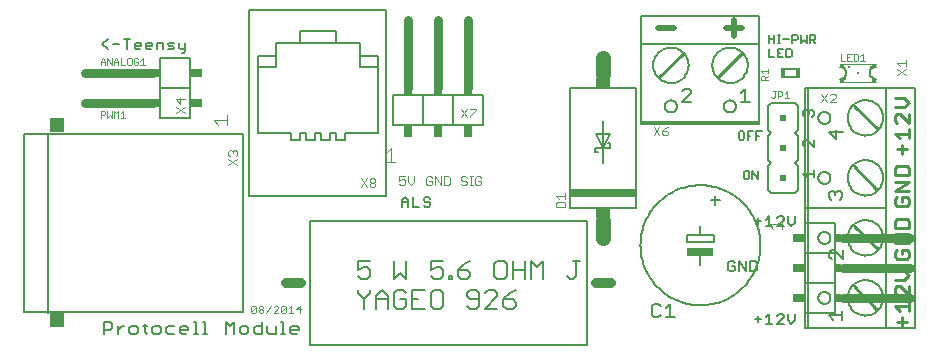
<source format=gto>
G75*
%MOIN*%
%OFA0B0*%
%FSLAX24Y24*%
%IPPOS*%
%LPD*%
%AMOC8*
5,1,8,0,0,1.08239X$1,22.5*
%
%ADD10C,0.0070*%
%ADD11C,0.0100*%
%ADD12C,0.0050*%
%ADD13C,0.0080*%
%ADD14C,0.0030*%
%ADD15C,0.0200*%
%ADD16C,0.0020*%
%ADD17C,0.0010*%
%ADD18C,0.0060*%
%ADD19R,0.0900X0.0250*%
%ADD20R,0.0450X0.0502*%
%ADD21R,0.0450X0.0492*%
%ADD22C,0.0335*%
%ADD23C,0.0300*%
%ADD24R,0.0300X0.0200*%
%ADD25R,0.0300X0.0400*%
%ADD26C,0.0040*%
%ADD27R,0.0200X0.0300*%
%ADD28R,0.0400X0.0300*%
%ADD29C,0.0500*%
%ADD30R,0.2200X0.0300*%
%ADD31R,0.0500X0.0350*%
%ADD32C,0.0098*%
%ADD33R,0.0177X0.0157*%
%ADD34R,0.0069X0.0128*%
%ADD35R,0.0079X0.0079*%
%ADD36R,0.0160X0.0340*%
%ADD37R,0.0240X0.0240*%
D10*
X012739Y004727D02*
X012739Y004947D01*
X012849Y005057D01*
X012959Y004947D01*
X012959Y004727D01*
X013107Y004727D02*
X013327Y004727D01*
X013475Y004782D02*
X013530Y004727D01*
X013641Y004727D01*
X013696Y004782D01*
X013696Y004837D01*
X013641Y004892D01*
X013530Y004892D01*
X013475Y004947D01*
X013475Y005002D01*
X013530Y005057D01*
X013641Y005057D01*
X013696Y005002D01*
X013107Y005057D02*
X013107Y004727D01*
X012959Y004892D02*
X012739Y004892D01*
X023634Y002852D02*
X023634Y002632D01*
X023689Y002577D01*
X023799Y002577D01*
X023854Y002632D01*
X023854Y002742D01*
X023744Y002742D01*
X023854Y002852D02*
X023799Y002907D01*
X023689Y002907D01*
X023634Y002852D01*
X024002Y002907D02*
X024222Y002577D01*
X024222Y002907D01*
X024370Y002907D02*
X024536Y002907D01*
X024591Y002852D01*
X024591Y002632D01*
X024536Y002577D01*
X024370Y002577D01*
X024370Y002907D01*
X024002Y002907D02*
X024002Y002577D01*
X024884Y004077D02*
X025104Y004077D01*
X024994Y004077D02*
X024994Y004407D01*
X024884Y004297D01*
X024736Y004242D02*
X024516Y004242D01*
X024626Y004352D02*
X024626Y004132D01*
X025252Y004077D02*
X025472Y004297D01*
X025472Y004352D01*
X025417Y004407D01*
X025307Y004407D01*
X025252Y004352D01*
X025620Y004407D02*
X025620Y004187D01*
X025731Y004077D01*
X025841Y004187D01*
X025841Y004407D01*
X025472Y004077D02*
X025252Y004077D01*
X025307Y001157D02*
X025252Y001102D01*
X025307Y001157D02*
X025417Y001157D01*
X025472Y001102D01*
X025472Y001047D01*
X025252Y000827D01*
X025472Y000827D01*
X025620Y000937D02*
X025731Y000827D01*
X025841Y000937D01*
X025841Y001157D01*
X025620Y001157D02*
X025620Y000937D01*
X025104Y000827D02*
X024884Y000827D01*
X024994Y000827D02*
X024994Y001157D01*
X024884Y001047D01*
X024736Y000992D02*
X024516Y000992D01*
X024626Y001102D02*
X024626Y000882D01*
X005537Y009922D02*
X005482Y009867D01*
X005427Y009867D01*
X005372Y009977D02*
X005537Y009977D01*
X005537Y009922D02*
X005537Y010197D01*
X005317Y010197D02*
X005317Y010032D01*
X005372Y009977D01*
X005169Y010032D02*
X005114Y010087D01*
X005004Y010087D01*
X004949Y010142D01*
X005004Y010197D01*
X005169Y010197D01*
X005169Y010032D02*
X005114Y009977D01*
X004949Y009977D01*
X004801Y009977D02*
X004801Y010142D01*
X004745Y010197D01*
X004580Y010197D01*
X004580Y009977D01*
X004432Y010087D02*
X004212Y010087D01*
X004212Y010032D02*
X004212Y010142D01*
X004267Y010197D01*
X004377Y010197D01*
X004432Y010142D01*
X004432Y010087D01*
X004377Y009977D02*
X004267Y009977D01*
X004212Y010032D01*
X004064Y010087D02*
X003844Y010087D01*
X003844Y010032D02*
X003844Y010142D01*
X003899Y010197D01*
X004009Y010197D01*
X004064Y010142D01*
X004064Y010087D01*
X004009Y009977D02*
X003899Y009977D01*
X003844Y010032D01*
X003586Y009977D02*
X003586Y010307D01*
X003696Y010307D02*
X003475Y010307D01*
X003327Y010142D02*
X003107Y010142D01*
X002959Y009977D02*
X002739Y010142D01*
X002959Y010307D01*
D11*
X021338Y009042D02*
X022118Y009832D01*
X023288Y009052D02*
X024078Y009842D01*
X027814Y008082D02*
X028614Y007332D01*
X029193Y007161D02*
X029654Y007161D01*
X029654Y007008D02*
X029654Y007314D01*
X029654Y007523D02*
X029347Y007830D01*
X029270Y007830D01*
X029193Y007753D01*
X029193Y007600D01*
X029270Y007523D01*
X029654Y007523D02*
X029654Y007830D01*
X029500Y008039D02*
X029193Y008039D01*
X029500Y008039D02*
X029654Y008192D01*
X029500Y008346D01*
X029193Y008346D01*
X029193Y007161D02*
X029347Y007008D01*
X029424Y006799D02*
X029424Y006492D01*
X029577Y006645D02*
X029270Y006645D01*
X029270Y006080D02*
X029193Y006003D01*
X029193Y005773D01*
X029654Y005773D01*
X029654Y006003D01*
X029577Y006080D01*
X029270Y006080D01*
X029193Y005564D02*
X029654Y005564D01*
X029193Y005258D01*
X029654Y005258D01*
X029577Y005049D02*
X029424Y005049D01*
X029424Y004895D01*
X029577Y004742D02*
X029270Y004742D01*
X029193Y004819D01*
X029193Y004972D01*
X029270Y005049D01*
X029577Y005049D02*
X029654Y004972D01*
X029654Y004819D01*
X029577Y004742D01*
X029577Y004330D02*
X029270Y004330D01*
X029193Y004253D01*
X029193Y004023D01*
X029654Y004023D01*
X029654Y004253D01*
X029577Y004330D01*
X029654Y003814D02*
X029193Y003814D01*
X029193Y003508D02*
X029654Y003814D01*
X029654Y003508D02*
X029193Y003508D01*
X029270Y003299D02*
X029193Y003222D01*
X029193Y003069D01*
X029270Y002992D01*
X029577Y002992D01*
X029654Y003069D01*
X029654Y003222D01*
X029577Y003299D01*
X029424Y003299D01*
X029424Y003145D01*
X028614Y003332D02*
X027814Y004082D01*
X028604Y005302D02*
X027814Y006092D01*
X029193Y002596D02*
X029500Y002596D01*
X029654Y002442D01*
X029500Y002289D01*
X029193Y002289D01*
X029270Y002080D02*
X029193Y002003D01*
X029193Y001850D01*
X029270Y001773D01*
X029347Y002080D02*
X029654Y001773D01*
X029654Y002080D01*
X029347Y002080D02*
X029270Y002080D01*
X029654Y001564D02*
X029654Y001258D01*
X029347Y001258D02*
X029193Y001411D01*
X029654Y001411D01*
X029424Y001049D02*
X029424Y000742D01*
X029577Y000895D02*
X029270Y000895D01*
X028604Y001302D02*
X027814Y002092D01*
D12*
X027429Y001267D02*
X027429Y000967D01*
X027429Y001117D02*
X026978Y001117D01*
X027129Y000967D01*
X027073Y002987D02*
X026998Y003062D01*
X026998Y003212D01*
X027073Y003287D01*
X027149Y003287D01*
X027449Y002987D01*
X027449Y003287D01*
X027354Y004967D02*
X027429Y005042D01*
X027429Y005192D01*
X027354Y005267D01*
X027279Y005267D01*
X027204Y005192D01*
X027204Y005117D01*
X027204Y005192D02*
X027129Y005267D01*
X027053Y005267D01*
X026978Y005192D01*
X026978Y005042D01*
X027053Y004967D01*
X026479Y005717D02*
X026479Y005944D01*
X026479Y005830D02*
X026138Y005830D01*
X026252Y005717D01*
X024614Y005647D02*
X024614Y005917D01*
X024434Y005917D02*
X024614Y005647D01*
X024434Y005647D02*
X024434Y005917D01*
X024320Y005872D02*
X024275Y005917D01*
X024185Y005917D01*
X024139Y005872D01*
X024139Y005692D01*
X024185Y005647D01*
X024275Y005647D01*
X024320Y005692D01*
X024320Y005872D01*
X026138Y006774D02*
X026195Y006717D01*
X026138Y006774D02*
X026138Y006887D01*
X026195Y006944D01*
X026252Y006944D01*
X026479Y006717D01*
X026479Y006944D01*
X026998Y007212D02*
X027224Y006987D01*
X027224Y007287D01*
X027449Y007212D02*
X026998Y007212D01*
X026479Y007774D02*
X026422Y007717D01*
X026479Y007774D02*
X026479Y007887D01*
X026422Y007944D01*
X026365Y007944D01*
X026309Y007887D01*
X026309Y007830D01*
X026309Y007887D02*
X026252Y007944D01*
X026195Y007944D01*
X026138Y007887D01*
X026138Y007774D01*
X026195Y007717D01*
X024748Y007237D02*
X024568Y007237D01*
X024568Y006967D01*
X024568Y007102D02*
X024658Y007102D01*
X024454Y007237D02*
X024273Y007237D01*
X024273Y006967D01*
X024159Y007012D02*
X024159Y007192D01*
X024114Y007237D01*
X024024Y007237D01*
X023979Y007192D01*
X023979Y007012D01*
X024024Y006967D01*
X024114Y006967D01*
X024159Y007012D01*
X024273Y007102D02*
X024364Y007102D01*
X024353Y008217D02*
X024053Y008217D01*
X024203Y008217D02*
X024203Y008667D01*
X024053Y008517D01*
X022403Y008517D02*
X022403Y008592D01*
X022328Y008667D01*
X022178Y008667D01*
X022103Y008592D01*
X022403Y008517D02*
X022103Y008217D01*
X022403Y008217D01*
X024979Y009717D02*
X025159Y009717D01*
X025273Y009717D02*
X025454Y009717D01*
X025568Y009717D02*
X025703Y009717D01*
X025748Y009762D01*
X025748Y009942D01*
X025703Y009987D01*
X025568Y009987D01*
X025568Y009717D01*
X025273Y009717D02*
X025273Y009987D01*
X025454Y009987D01*
X025364Y009852D02*
X025273Y009852D01*
X024979Y009987D02*
X024979Y009717D01*
X024979Y010197D02*
X024979Y010467D01*
X024979Y010332D02*
X025159Y010332D01*
X025159Y010467D02*
X025159Y010197D01*
X025273Y010197D02*
X025364Y010197D01*
X025318Y010197D02*
X025318Y010467D01*
X025273Y010467D02*
X025364Y010467D01*
X025470Y010332D02*
X025650Y010332D01*
X025765Y010287D02*
X025900Y010287D01*
X025945Y010332D01*
X025945Y010422D01*
X025900Y010467D01*
X025765Y010467D01*
X025765Y010197D01*
X026059Y010197D02*
X026149Y010287D01*
X026239Y010197D01*
X026239Y010467D01*
X026354Y010467D02*
X026489Y010467D01*
X026534Y010422D01*
X026534Y010332D01*
X026489Y010287D01*
X026354Y010287D01*
X026444Y010287D02*
X026534Y010197D01*
X026354Y010197D02*
X026354Y010467D01*
X026059Y010467D02*
X026059Y010197D01*
X018928Y004259D02*
X018928Y000125D01*
X009676Y000125D01*
X009676Y004259D01*
X018928Y004259D01*
X018672Y002932D02*
X018468Y002932D01*
X018570Y002932D02*
X018570Y002423D01*
X018468Y002321D01*
X018367Y002321D01*
X018265Y002423D01*
X017456Y002321D02*
X017456Y002932D01*
X017253Y002728D01*
X017049Y002932D01*
X017049Y002321D01*
X016849Y002321D02*
X016849Y002932D01*
X016442Y002932D02*
X016442Y002321D01*
X016241Y002423D02*
X016241Y002830D01*
X016139Y002932D01*
X015936Y002932D01*
X015834Y002830D01*
X015834Y002423D01*
X015936Y002321D01*
X016139Y002321D01*
X016241Y002423D01*
X016442Y002626D02*
X016849Y002626D01*
X016545Y001942D02*
X016341Y001840D01*
X016138Y001636D01*
X016443Y001636D01*
X016545Y001535D01*
X016545Y001433D01*
X016443Y001331D01*
X016240Y001331D01*
X016138Y001433D01*
X016138Y001636D01*
X015937Y001738D02*
X015937Y001840D01*
X015835Y001942D01*
X015632Y001942D01*
X015530Y001840D01*
X015329Y001840D02*
X015228Y001942D01*
X015024Y001942D01*
X014922Y001840D01*
X014922Y001738D01*
X015024Y001636D01*
X015329Y001636D01*
X015329Y001433D02*
X015329Y001840D01*
X015530Y001331D02*
X015937Y001738D01*
X015329Y001433D02*
X015228Y001331D01*
X015024Y001331D01*
X014922Y001433D01*
X015530Y001331D02*
X015937Y001331D01*
X014114Y001433D02*
X014012Y001331D01*
X013809Y001331D01*
X013707Y001433D01*
X013707Y001840D01*
X013809Y001942D01*
X014012Y001942D01*
X014114Y001840D01*
X014114Y001433D01*
X013506Y001331D02*
X013099Y001331D01*
X013099Y001942D01*
X013506Y001942D01*
X012898Y001840D02*
X012797Y001942D01*
X012593Y001942D01*
X012491Y001840D01*
X012491Y001433D01*
X012593Y001331D01*
X012797Y001331D01*
X012898Y001433D01*
X012898Y001636D01*
X012695Y001636D01*
X013099Y001636D02*
X013303Y001636D01*
X012291Y001636D02*
X011884Y001636D01*
X011884Y001738D02*
X012087Y001942D01*
X012291Y001738D01*
X012291Y001331D01*
X011884Y001331D02*
X011884Y001738D01*
X011683Y001840D02*
X011480Y001636D01*
X011480Y001331D01*
X011480Y001636D02*
X011276Y001840D01*
X011276Y001942D01*
X011683Y001942D02*
X011683Y001840D01*
X011581Y002321D02*
X011378Y002321D01*
X011276Y002423D01*
X011581Y002321D02*
X011683Y002423D01*
X011683Y002626D01*
X011581Y002728D01*
X011480Y002728D01*
X011276Y002626D01*
X011276Y002932D01*
X011683Y002932D01*
X012491Y002932D02*
X012491Y002321D01*
X012695Y002525D01*
X012898Y002321D01*
X012898Y002932D01*
X013707Y002932D02*
X013707Y002626D01*
X013910Y002728D01*
X014012Y002728D01*
X014114Y002626D01*
X014114Y002423D01*
X014012Y002321D01*
X013809Y002321D01*
X013707Y002423D01*
X014315Y002423D02*
X014315Y002321D01*
X014416Y002321D01*
X014416Y002423D01*
X014315Y002423D01*
X014618Y002423D02*
X014720Y002321D01*
X014924Y002321D01*
X015025Y002423D01*
X015025Y002525D01*
X014924Y002626D01*
X014618Y002626D01*
X014618Y002423D01*
X014618Y002626D02*
X014822Y002830D01*
X015025Y002932D01*
X014114Y002932D02*
X013707Y002932D01*
X021079Y001422D02*
X021079Y001122D01*
X021154Y001047D01*
X021304Y001047D01*
X021379Y001122D01*
X021539Y001047D02*
X021839Y001047D01*
X021689Y001047D02*
X021689Y001497D01*
X021539Y001347D01*
X021379Y001422D02*
X021304Y001497D01*
X021154Y001497D01*
X021079Y001422D01*
X000954Y001192D02*
X000954Y007192D01*
D13*
X000140Y007155D02*
X007463Y007155D01*
X007463Y001229D01*
X000140Y001229D01*
X000140Y007155D01*
X007670Y005082D02*
X008804Y005082D01*
X008754Y005082D02*
X009604Y005082D01*
X009570Y005082D02*
X009804Y005082D01*
X009754Y005082D02*
X010604Y005082D01*
X012237Y005082D01*
X012237Y011302D01*
X007670Y011302D01*
X007670Y005082D01*
X009054Y006942D02*
X009054Y007192D01*
X007954Y007192D01*
X007954Y009392D01*
X008554Y009392D01*
X008554Y009742D01*
X008554Y010192D01*
X009354Y010192D01*
X009354Y010592D01*
X010554Y010592D01*
X010554Y010192D01*
X009354Y010192D01*
X008554Y009742D02*
X007954Y009742D01*
X007954Y009392D01*
X010554Y010192D02*
X011354Y010192D01*
X011354Y009742D01*
X011354Y009392D01*
X011954Y009392D01*
X011954Y009742D01*
X011354Y009742D01*
X011954Y009392D02*
X011954Y007192D01*
X010854Y007192D01*
X010854Y006942D01*
X010554Y006942D01*
X010554Y007192D01*
X010354Y007192D01*
X010354Y006942D01*
X010054Y006942D01*
X010054Y007192D01*
X009854Y007192D01*
X009854Y006942D01*
X009554Y006942D01*
X009554Y007192D01*
X009354Y007192D01*
X009354Y006942D01*
X009054Y006942D01*
X008797Y000902D02*
X008726Y000902D01*
X008797Y000902D02*
X008797Y000482D01*
X008867Y000482D02*
X008726Y000482D01*
X008546Y000482D02*
X008546Y000762D01*
X008266Y000762D02*
X008266Y000552D01*
X008336Y000482D01*
X008546Y000482D01*
X009033Y000552D02*
X009033Y000692D01*
X009103Y000762D01*
X009244Y000762D01*
X009314Y000692D01*
X009314Y000622D01*
X009033Y000622D01*
X009033Y000552D02*
X009103Y000482D01*
X009244Y000482D01*
X008086Y000482D02*
X007876Y000482D01*
X007806Y000552D01*
X007806Y000692D01*
X007876Y000762D01*
X008086Y000762D01*
X008086Y000902D02*
X008086Y000482D01*
X007626Y000552D02*
X007626Y000692D01*
X007555Y000762D01*
X007415Y000762D01*
X007345Y000692D01*
X007345Y000552D01*
X007415Y000482D01*
X007555Y000482D01*
X007626Y000552D01*
X007165Y000482D02*
X007165Y000902D01*
X007025Y000762D01*
X006885Y000902D01*
X006885Y000482D01*
X006258Y000482D02*
X006118Y000482D01*
X006188Y000482D02*
X006188Y000902D01*
X006118Y000902D01*
X005881Y000902D02*
X005881Y000482D01*
X005811Y000482D02*
X005951Y000482D01*
X005630Y000622D02*
X005350Y000622D01*
X005350Y000552D02*
X005350Y000692D01*
X005420Y000762D01*
X005560Y000762D01*
X005630Y000692D01*
X005630Y000622D01*
X005560Y000482D02*
X005420Y000482D01*
X005350Y000552D01*
X005170Y000482D02*
X004960Y000482D01*
X004890Y000552D01*
X004890Y000692D01*
X004960Y000762D01*
X005170Y000762D01*
X004710Y000692D02*
X004710Y000552D01*
X004640Y000482D01*
X004500Y000482D01*
X004429Y000552D01*
X004429Y000692D01*
X004500Y000762D01*
X004640Y000762D01*
X004710Y000692D01*
X004263Y000762D02*
X004123Y000762D01*
X004193Y000832D02*
X004193Y000552D01*
X004263Y000482D01*
X003942Y000552D02*
X003942Y000692D01*
X003872Y000762D01*
X003732Y000762D01*
X003662Y000692D01*
X003662Y000552D01*
X003732Y000482D01*
X003872Y000482D01*
X003942Y000552D01*
X003489Y000762D02*
X003419Y000762D01*
X003278Y000622D01*
X003278Y000482D02*
X003278Y000762D01*
X003098Y000692D02*
X003028Y000622D01*
X002818Y000622D01*
X002818Y000482D02*
X002818Y000902D01*
X003028Y000902D01*
X003098Y000832D01*
X003098Y000692D01*
X005811Y000902D02*
X005881Y000902D01*
X027363Y008995D02*
X027390Y008997D01*
X027416Y009002D01*
X027441Y009011D01*
X027465Y009024D01*
X027487Y009039D01*
X027507Y009058D01*
X027524Y009078D01*
X027538Y009101D01*
X027549Y009126D01*
X027556Y009152D01*
X027560Y009179D01*
X027560Y009205D01*
X027556Y009232D01*
X027549Y009258D01*
X027538Y009283D01*
X027524Y009306D01*
X027507Y009326D01*
X027487Y009345D01*
X027465Y009360D01*
X027441Y009373D01*
X027416Y009382D01*
X027390Y009387D01*
X027363Y009389D01*
X028544Y009389D02*
X028517Y009387D01*
X028491Y009382D01*
X028466Y009373D01*
X028442Y009360D01*
X028420Y009345D01*
X028400Y009326D01*
X028383Y009306D01*
X028369Y009283D01*
X028358Y009258D01*
X028351Y009232D01*
X028347Y009205D01*
X028347Y009179D01*
X028351Y009152D01*
X028358Y009126D01*
X028369Y009101D01*
X028383Y009078D01*
X028400Y009058D01*
X028420Y009039D01*
X028442Y009024D01*
X028466Y009011D01*
X028491Y009002D01*
X028517Y008997D01*
X028544Y008995D01*
D14*
X029269Y009118D02*
X029559Y009311D01*
X029559Y009412D02*
X029559Y009606D01*
X029559Y009509D02*
X029269Y009509D01*
X029365Y009412D01*
X029269Y009311D02*
X029559Y009118D01*
X027207Y008449D02*
X027207Y008400D01*
X027013Y008207D01*
X027207Y008207D01*
X026912Y008207D02*
X026719Y008497D01*
X026912Y008497D02*
X026719Y008207D01*
X027013Y008449D02*
X027062Y008497D01*
X027159Y008497D01*
X027207Y008449D01*
X021632Y007397D02*
X021535Y007349D01*
X021438Y007252D01*
X021584Y007252D01*
X021632Y007204D01*
X021632Y007155D01*
X021584Y007107D01*
X021487Y007107D01*
X021438Y007155D01*
X021438Y007252D01*
X021337Y007107D02*
X021144Y007397D01*
X021337Y007397D02*
X021144Y007107D01*
X018189Y005195D02*
X018189Y005002D01*
X018189Y005098D02*
X017899Y005098D01*
X017995Y005002D01*
X017947Y004900D02*
X017899Y004852D01*
X017899Y004707D01*
X018189Y004707D01*
X018189Y004852D01*
X018140Y004900D01*
X017947Y004900D01*
X011868Y005435D02*
X011819Y005387D01*
X011723Y005387D01*
X011674Y005435D01*
X011674Y005484D01*
X011723Y005532D01*
X011819Y005532D01*
X011868Y005484D01*
X011868Y005435D01*
X011819Y005532D02*
X011868Y005580D01*
X011868Y005629D01*
X011819Y005677D01*
X011723Y005677D01*
X011674Y005629D01*
X011674Y005580D01*
X011723Y005532D01*
X011573Y005387D02*
X011379Y005677D01*
X011573Y005677D02*
X011379Y005387D01*
X007259Y006118D02*
X006969Y006311D01*
X007017Y006412D02*
X006969Y006461D01*
X006969Y006557D01*
X007017Y006606D01*
X007065Y006606D01*
X007114Y006557D01*
X007162Y006606D01*
X007210Y006606D01*
X007259Y006557D01*
X007259Y006461D01*
X007210Y006412D01*
X007259Y006311D02*
X006969Y006118D01*
X007114Y006509D02*
X007114Y006557D01*
X005509Y007868D02*
X005219Y008061D01*
X005364Y008162D02*
X005364Y008356D01*
X005509Y008307D02*
X005219Y008307D01*
X005364Y008162D01*
X005509Y008061D02*
X005219Y007868D01*
X014719Y007997D02*
X014912Y007707D01*
X015013Y007707D02*
X015013Y007755D01*
X015207Y007949D01*
X015207Y007997D01*
X015013Y007997D01*
X014912Y007997D02*
X014719Y007707D01*
X009340Y001427D02*
X009220Y001307D01*
X009380Y001307D01*
X009340Y001187D02*
X009340Y001427D01*
X009052Y001427D02*
X009052Y001187D01*
X008972Y001187D02*
X009132Y001187D01*
X008972Y001347D02*
X009052Y001427D01*
X008883Y001387D02*
X008723Y001227D01*
X008763Y001187D01*
X008843Y001187D01*
X008883Y001227D01*
X008883Y001387D01*
X008843Y001427D01*
X008763Y001427D01*
X008723Y001387D01*
X008723Y001227D01*
X008634Y001187D02*
X008474Y001187D01*
X008634Y001347D01*
X008634Y001387D01*
X008594Y001427D01*
X008514Y001427D01*
X008474Y001387D01*
X008386Y001427D02*
X008226Y001187D01*
X008137Y001227D02*
X008097Y001187D01*
X008017Y001187D01*
X007977Y001227D01*
X007977Y001267D01*
X008017Y001307D01*
X008097Y001307D01*
X008137Y001267D01*
X008137Y001227D01*
X008097Y001307D02*
X008137Y001347D01*
X008137Y001387D01*
X008097Y001427D01*
X008017Y001427D01*
X007977Y001387D01*
X007977Y001347D01*
X008017Y001307D01*
X007889Y001387D02*
X007889Y001227D01*
X007849Y001187D01*
X007769Y001187D01*
X007728Y001227D01*
X007889Y001387D01*
X007849Y001427D01*
X007769Y001427D01*
X007728Y001387D01*
X007728Y001227D01*
D15*
X023821Y010425D02*
X023821Y010959D01*
X023554Y010692D02*
X024088Y010692D01*
X021838Y010692D02*
X021304Y010692D01*
D16*
X024944Y009320D02*
X024944Y009173D01*
X024944Y009246D02*
X024724Y009246D01*
X024797Y009173D01*
X024834Y009099D02*
X024870Y009062D01*
X024870Y008952D01*
X024870Y009025D02*
X024944Y009099D01*
X024834Y009099D02*
X024760Y009099D01*
X024724Y009062D01*
X024724Y008952D01*
X024944Y008952D01*
X025137Y008572D02*
X025211Y008572D01*
X025174Y008572D02*
X025174Y008389D01*
X025137Y008352D01*
X025100Y008352D01*
X025064Y008389D01*
X025285Y008425D02*
X025395Y008425D01*
X025432Y008462D01*
X025432Y008535D01*
X025395Y008572D01*
X025285Y008572D01*
X025285Y008352D01*
X025506Y008352D02*
X025653Y008352D01*
X025579Y008352D02*
X025579Y008572D01*
X025506Y008499D01*
X027373Y009596D02*
X027520Y009596D01*
X027594Y009596D02*
X027741Y009596D01*
X027815Y009596D02*
X027925Y009596D01*
X027962Y009632D01*
X027962Y009779D01*
X027925Y009816D01*
X027815Y009816D01*
X027815Y009596D01*
X027668Y009706D02*
X027594Y009706D01*
X027594Y009816D02*
X027594Y009596D01*
X027373Y009596D02*
X027373Y009816D01*
X027594Y009816D02*
X027741Y009816D01*
X028036Y009742D02*
X028110Y009816D01*
X028110Y009596D01*
X028183Y009596D02*
X028036Y009596D01*
X015405Y005702D02*
X015355Y005752D01*
X015255Y005752D01*
X015205Y005702D01*
X015205Y005502D01*
X015255Y005452D01*
X015355Y005452D01*
X015405Y005502D01*
X015405Y005602D01*
X015305Y005602D01*
X015109Y005452D02*
X015008Y005452D01*
X015058Y005452D02*
X015058Y005752D01*
X015008Y005752D02*
X015109Y005752D01*
X014914Y005702D02*
X014864Y005752D01*
X014764Y005752D01*
X014714Y005702D01*
X014714Y005652D01*
X014764Y005602D01*
X014864Y005602D01*
X014914Y005552D01*
X014914Y005502D01*
X014864Y005452D01*
X014764Y005452D01*
X014714Y005502D01*
X014353Y005502D02*
X014353Y005702D01*
X014303Y005752D01*
X014153Y005752D01*
X014153Y005452D01*
X014303Y005452D01*
X014353Y005502D01*
X014059Y005452D02*
X014059Y005752D01*
X013858Y005752D02*
X014059Y005452D01*
X013858Y005452D02*
X013858Y005752D01*
X013764Y005702D02*
X013714Y005752D01*
X013614Y005752D01*
X013564Y005702D01*
X013564Y005502D01*
X013614Y005452D01*
X013714Y005452D01*
X013764Y005502D01*
X013764Y005602D01*
X013664Y005602D01*
X013159Y005552D02*
X013159Y005752D01*
X012958Y005752D02*
X012958Y005552D01*
X013059Y005452D01*
X013159Y005552D01*
X012864Y005502D02*
X012814Y005452D01*
X012714Y005452D01*
X012664Y005502D01*
X012664Y005602D02*
X012764Y005652D01*
X012814Y005652D01*
X012864Y005602D01*
X012864Y005502D01*
X012664Y005602D02*
X012664Y005752D01*
X012864Y005752D01*
D17*
X004188Y009447D02*
X004035Y009447D01*
X004111Y009447D02*
X004111Y009677D01*
X004035Y009600D01*
X003967Y009562D02*
X003890Y009562D01*
X003967Y009562D02*
X003967Y009485D01*
X003929Y009447D01*
X003852Y009447D01*
X003814Y009485D01*
X003814Y009639D01*
X003852Y009677D01*
X003929Y009677D01*
X003967Y009639D01*
X003746Y009639D02*
X003708Y009677D01*
X003631Y009677D01*
X003593Y009639D01*
X003593Y009485D01*
X003631Y009447D01*
X003708Y009447D01*
X003746Y009485D01*
X003746Y009639D01*
X003372Y009677D02*
X003372Y009447D01*
X003525Y009447D01*
X003304Y009447D02*
X003304Y009600D01*
X003227Y009677D01*
X003151Y009600D01*
X003151Y009447D01*
X003083Y009447D02*
X003083Y009677D01*
X003151Y009562D02*
X003304Y009562D01*
X003083Y009447D02*
X002930Y009677D01*
X002930Y009447D01*
X002862Y009447D02*
X002862Y009600D01*
X002786Y009677D01*
X002709Y009600D01*
X002709Y009447D01*
X002709Y009562D02*
X002862Y009562D01*
X002824Y007927D02*
X002709Y007927D01*
X002709Y007697D01*
X002709Y007774D02*
X002824Y007774D01*
X002862Y007812D01*
X002862Y007889D01*
X002824Y007927D01*
X002930Y007927D02*
X002930Y007697D01*
X003006Y007774D01*
X003083Y007697D01*
X003083Y007927D01*
X003151Y007927D02*
X003227Y007850D01*
X003304Y007927D01*
X003304Y007697D01*
X003372Y007697D02*
X003525Y007697D01*
X003448Y007697D02*
X003448Y007927D01*
X003372Y007850D01*
X003151Y007927D02*
X003151Y007697D01*
D18*
X004704Y007692D02*
X005704Y007692D01*
X005704Y008692D01*
X005704Y009692D01*
X004704Y009692D01*
X004704Y008692D01*
X004704Y007692D01*
X004704Y008692D02*
X005704Y008692D01*
X012454Y008442D02*
X012454Y007442D01*
X013454Y007442D01*
X014454Y007442D01*
X015454Y007442D01*
X015454Y008442D01*
X014454Y008442D01*
X013454Y008442D01*
X012454Y008442D01*
X013454Y008442D02*
X013454Y007442D01*
X014454Y007442D02*
X014454Y008442D01*
X018354Y008692D02*
X018354Y004692D01*
X020554Y004692D01*
X020554Y008692D01*
X018354Y008692D01*
X019454Y007592D02*
X019454Y006692D01*
X019704Y006692D01*
X019704Y006842D01*
X019634Y006842D01*
X019454Y006692D02*
X019204Y006692D01*
X019204Y006542D01*
X019274Y006542D01*
X019454Y006692D02*
X019684Y007142D01*
X019224Y007142D01*
X019454Y006692D01*
X019454Y006192D01*
X020738Y007472D02*
X024668Y007472D01*
X024668Y007552D01*
X020738Y007552D01*
X020738Y010152D01*
X020738Y011092D01*
X024668Y011092D01*
X024668Y010152D01*
X024668Y007552D01*
X024954Y007292D02*
X025054Y007192D01*
X024954Y007092D01*
X024954Y006292D01*
X025054Y006192D01*
X024954Y006092D01*
X024954Y005292D01*
X025054Y005192D01*
X025854Y005192D01*
X025954Y005292D01*
X025954Y006092D01*
X025854Y006192D01*
X025954Y006292D01*
X025954Y007092D01*
X025854Y007192D01*
X025954Y007292D01*
X025954Y008092D01*
X025854Y008192D01*
X025054Y008192D01*
X024954Y008092D01*
X024954Y007292D01*
X023488Y008072D02*
X023490Y008100D01*
X023496Y008127D01*
X023505Y008153D01*
X023518Y008178D01*
X023535Y008201D01*
X023554Y008221D01*
X023576Y008238D01*
X023600Y008252D01*
X023626Y008262D01*
X023653Y008269D01*
X023681Y008272D01*
X023709Y008271D01*
X023736Y008266D01*
X023763Y008257D01*
X023788Y008245D01*
X023811Y008230D01*
X023832Y008211D01*
X023850Y008190D01*
X023865Y008166D01*
X023876Y008140D01*
X023884Y008114D01*
X023888Y008086D01*
X023888Y008058D01*
X023884Y008030D01*
X023876Y008004D01*
X023865Y007978D01*
X023850Y007954D01*
X023832Y007933D01*
X023811Y007914D01*
X023788Y007899D01*
X023763Y007887D01*
X023736Y007878D01*
X023709Y007873D01*
X023681Y007872D01*
X023653Y007875D01*
X023626Y007882D01*
X023600Y007892D01*
X023576Y007906D01*
X023554Y007923D01*
X023535Y007943D01*
X023518Y007966D01*
X023505Y007991D01*
X023496Y008017D01*
X023490Y008044D01*
X023488Y008072D01*
X021518Y008072D02*
X021520Y008100D01*
X021526Y008127D01*
X021535Y008153D01*
X021548Y008178D01*
X021565Y008201D01*
X021584Y008221D01*
X021606Y008238D01*
X021630Y008252D01*
X021656Y008262D01*
X021683Y008269D01*
X021711Y008272D01*
X021739Y008271D01*
X021766Y008266D01*
X021793Y008257D01*
X021818Y008245D01*
X021841Y008230D01*
X021862Y008211D01*
X021880Y008190D01*
X021895Y008166D01*
X021906Y008140D01*
X021914Y008114D01*
X021918Y008086D01*
X021918Y008058D01*
X021914Y008030D01*
X021906Y008004D01*
X021895Y007978D01*
X021880Y007954D01*
X021862Y007933D01*
X021841Y007914D01*
X021818Y007899D01*
X021793Y007887D01*
X021766Y007878D01*
X021739Y007873D01*
X021711Y007872D01*
X021683Y007875D01*
X021656Y007882D01*
X021630Y007892D01*
X021606Y007906D01*
X021584Y007923D01*
X021565Y007943D01*
X021548Y007966D01*
X021535Y007991D01*
X021526Y008017D01*
X021520Y008044D01*
X021518Y008072D01*
X020738Y007552D02*
X020738Y007472D01*
X025534Y009052D02*
X025874Y009052D01*
X025874Y009332D02*
X025534Y009332D01*
X026204Y008692D02*
X026204Y004692D01*
X026204Y000692D01*
X026304Y000692D01*
X026304Y008692D01*
X028904Y008692D01*
X028904Y008042D01*
X028904Y007342D01*
X028904Y006042D01*
X028904Y005342D01*
X028904Y004692D01*
X026204Y004692D01*
X026204Y004192D02*
X027204Y004192D01*
X027204Y003192D01*
X027204Y002192D01*
X027204Y001192D01*
X026204Y001192D01*
X026204Y002192D01*
X027204Y002192D01*
X026204Y002192D02*
X026204Y003192D01*
X027204Y003192D01*
X026204Y003192D02*
X026204Y004192D01*
X026634Y003692D02*
X026636Y003720D01*
X026642Y003747D01*
X026651Y003773D01*
X026664Y003798D01*
X026681Y003821D01*
X026700Y003841D01*
X026722Y003858D01*
X026746Y003872D01*
X026772Y003882D01*
X026799Y003889D01*
X026827Y003892D01*
X026855Y003891D01*
X026882Y003886D01*
X026909Y003877D01*
X026934Y003865D01*
X026957Y003850D01*
X026978Y003831D01*
X026996Y003810D01*
X027011Y003786D01*
X027022Y003760D01*
X027030Y003734D01*
X027034Y003706D01*
X027034Y003678D01*
X027030Y003650D01*
X027022Y003624D01*
X027011Y003598D01*
X026996Y003574D01*
X026978Y003553D01*
X026957Y003534D01*
X026934Y003519D01*
X026909Y003507D01*
X026882Y003498D01*
X026855Y003493D01*
X026827Y003492D01*
X026799Y003495D01*
X026772Y003502D01*
X026746Y003512D01*
X026722Y003526D01*
X026700Y003543D01*
X026681Y003563D01*
X026664Y003586D01*
X026651Y003611D01*
X026642Y003637D01*
X026636Y003664D01*
X026634Y003692D01*
X027614Y003692D02*
X027616Y003740D01*
X027622Y003788D01*
X027632Y003835D01*
X027645Y003881D01*
X027662Y003926D01*
X027683Y003969D01*
X027708Y004011D01*
X027735Y004050D01*
X027766Y004087D01*
X027800Y004122D01*
X027836Y004153D01*
X027875Y004182D01*
X027916Y004207D01*
X027959Y004229D01*
X028003Y004247D01*
X028049Y004261D01*
X028096Y004272D01*
X028144Y004279D01*
X028192Y004282D01*
X028240Y004281D01*
X028288Y004276D01*
X028335Y004267D01*
X028382Y004255D01*
X028427Y004238D01*
X028471Y004218D01*
X028513Y004195D01*
X028553Y004168D01*
X028590Y004138D01*
X028625Y004105D01*
X028658Y004069D01*
X028687Y004031D01*
X028713Y003990D01*
X028736Y003948D01*
X028755Y003904D01*
X028770Y003858D01*
X028782Y003812D01*
X028790Y003764D01*
X028794Y003716D01*
X028794Y003668D01*
X028790Y003620D01*
X028782Y003572D01*
X028770Y003526D01*
X028755Y003480D01*
X028736Y003436D01*
X028713Y003394D01*
X028687Y003353D01*
X028658Y003315D01*
X028625Y003279D01*
X028590Y003246D01*
X028553Y003216D01*
X028513Y003189D01*
X028471Y003166D01*
X028427Y003146D01*
X028382Y003129D01*
X028335Y003117D01*
X028288Y003108D01*
X028240Y003103D01*
X028192Y003102D01*
X028144Y003105D01*
X028096Y003112D01*
X028049Y003123D01*
X028003Y003137D01*
X027959Y003155D01*
X027916Y003177D01*
X027875Y003202D01*
X027836Y003231D01*
X027800Y003262D01*
X027766Y003297D01*
X027735Y003334D01*
X027708Y003373D01*
X027683Y003415D01*
X027662Y003458D01*
X027645Y003503D01*
X027632Y003549D01*
X027622Y003596D01*
X027616Y003644D01*
X027614Y003692D01*
X028904Y003342D02*
X028904Y004042D01*
X028904Y004692D01*
X027614Y005692D02*
X027616Y005740D01*
X027622Y005788D01*
X027632Y005835D01*
X027645Y005881D01*
X027662Y005926D01*
X027683Y005969D01*
X027708Y006011D01*
X027735Y006050D01*
X027766Y006087D01*
X027800Y006122D01*
X027836Y006153D01*
X027875Y006182D01*
X027916Y006207D01*
X027959Y006229D01*
X028003Y006247D01*
X028049Y006261D01*
X028096Y006272D01*
X028144Y006279D01*
X028192Y006282D01*
X028240Y006281D01*
X028288Y006276D01*
X028335Y006267D01*
X028382Y006255D01*
X028427Y006238D01*
X028471Y006218D01*
X028513Y006195D01*
X028553Y006168D01*
X028590Y006138D01*
X028625Y006105D01*
X028658Y006069D01*
X028687Y006031D01*
X028713Y005990D01*
X028736Y005948D01*
X028755Y005904D01*
X028770Y005858D01*
X028782Y005812D01*
X028790Y005764D01*
X028794Y005716D01*
X028794Y005668D01*
X028790Y005620D01*
X028782Y005572D01*
X028770Y005526D01*
X028755Y005480D01*
X028736Y005436D01*
X028713Y005394D01*
X028687Y005353D01*
X028658Y005315D01*
X028625Y005279D01*
X028590Y005246D01*
X028553Y005216D01*
X028513Y005189D01*
X028471Y005166D01*
X028427Y005146D01*
X028382Y005129D01*
X028335Y005117D01*
X028288Y005108D01*
X028240Y005103D01*
X028192Y005102D01*
X028144Y005105D01*
X028096Y005112D01*
X028049Y005123D01*
X028003Y005137D01*
X027959Y005155D01*
X027916Y005177D01*
X027875Y005202D01*
X027836Y005231D01*
X027800Y005262D01*
X027766Y005297D01*
X027735Y005334D01*
X027708Y005373D01*
X027683Y005415D01*
X027662Y005458D01*
X027645Y005503D01*
X027632Y005549D01*
X027622Y005596D01*
X027616Y005644D01*
X027614Y005692D01*
X026634Y005692D02*
X026636Y005720D01*
X026642Y005747D01*
X026651Y005773D01*
X026664Y005798D01*
X026681Y005821D01*
X026700Y005841D01*
X026722Y005858D01*
X026746Y005872D01*
X026772Y005882D01*
X026799Y005889D01*
X026827Y005892D01*
X026855Y005891D01*
X026882Y005886D01*
X026909Y005877D01*
X026934Y005865D01*
X026957Y005850D01*
X026978Y005831D01*
X026996Y005810D01*
X027011Y005786D01*
X027022Y005760D01*
X027030Y005734D01*
X027034Y005706D01*
X027034Y005678D01*
X027030Y005650D01*
X027022Y005624D01*
X027011Y005598D01*
X026996Y005574D01*
X026978Y005553D01*
X026957Y005534D01*
X026934Y005519D01*
X026909Y005507D01*
X026882Y005498D01*
X026855Y005493D01*
X026827Y005492D01*
X026799Y005495D01*
X026772Y005502D01*
X026746Y005512D01*
X026722Y005526D01*
X026700Y005543D01*
X026681Y005563D01*
X026664Y005586D01*
X026651Y005611D01*
X026642Y005637D01*
X026636Y005664D01*
X026634Y005692D01*
X023354Y004942D02*
X023054Y004942D01*
X023204Y004792D02*
X023204Y005092D01*
X022704Y004092D02*
X022704Y003892D01*
X022704Y003792D01*
X023154Y003792D01*
X023154Y003542D01*
X022254Y003542D01*
X022254Y003792D01*
X022704Y003792D01*
X020704Y003442D02*
X020706Y003531D01*
X020712Y003620D01*
X020722Y003709D01*
X020736Y003797D01*
X020753Y003884D01*
X020775Y003970D01*
X020801Y004056D01*
X020830Y004140D01*
X020863Y004223D01*
X020899Y004304D01*
X020940Y004384D01*
X020983Y004461D01*
X021030Y004537D01*
X021081Y004610D01*
X021134Y004681D01*
X021191Y004750D01*
X021251Y004816D01*
X021314Y004880D01*
X021379Y004940D01*
X021447Y004998D01*
X021518Y005052D01*
X021591Y005103D01*
X021666Y005151D01*
X021743Y005196D01*
X021822Y005237D01*
X021903Y005274D01*
X021985Y005308D01*
X022069Y005339D01*
X022154Y005365D01*
X022240Y005388D01*
X022327Y005406D01*
X022415Y005421D01*
X022504Y005432D01*
X022593Y005439D01*
X022682Y005442D01*
X022771Y005441D01*
X022860Y005436D01*
X022948Y005427D01*
X023037Y005414D01*
X023124Y005397D01*
X023211Y005377D01*
X023297Y005352D01*
X023381Y005324D01*
X023464Y005292D01*
X023546Y005256D01*
X023626Y005217D01*
X023704Y005174D01*
X023780Y005128D01*
X023854Y005078D01*
X023926Y005025D01*
X023995Y004969D01*
X024062Y004910D01*
X024126Y004848D01*
X024187Y004784D01*
X024246Y004716D01*
X024301Y004646D01*
X024353Y004574D01*
X024402Y004499D01*
X024447Y004423D01*
X024489Y004344D01*
X024527Y004264D01*
X024562Y004182D01*
X024593Y004098D01*
X024621Y004013D01*
X024644Y003927D01*
X024664Y003840D01*
X024680Y003753D01*
X024692Y003664D01*
X024700Y003576D01*
X024704Y003487D01*
X024704Y003397D01*
X024700Y003308D01*
X024692Y003220D01*
X024680Y003131D01*
X024664Y003044D01*
X024644Y002957D01*
X024621Y002871D01*
X024593Y002786D01*
X024562Y002702D01*
X024527Y002620D01*
X024489Y002540D01*
X024447Y002461D01*
X024402Y002385D01*
X024353Y002310D01*
X024301Y002238D01*
X024246Y002168D01*
X024187Y002100D01*
X024126Y002036D01*
X024062Y001974D01*
X023995Y001915D01*
X023926Y001859D01*
X023854Y001806D01*
X023780Y001756D01*
X023704Y001710D01*
X023626Y001667D01*
X023546Y001628D01*
X023464Y001592D01*
X023381Y001560D01*
X023297Y001532D01*
X023211Y001507D01*
X023124Y001487D01*
X023037Y001470D01*
X022948Y001457D01*
X022860Y001448D01*
X022771Y001443D01*
X022682Y001442D01*
X022593Y001445D01*
X022504Y001452D01*
X022415Y001463D01*
X022327Y001478D01*
X022240Y001496D01*
X022154Y001519D01*
X022069Y001545D01*
X021985Y001576D01*
X021903Y001610D01*
X021822Y001647D01*
X021743Y001688D01*
X021666Y001733D01*
X021591Y001781D01*
X021518Y001832D01*
X021447Y001886D01*
X021379Y001944D01*
X021314Y002004D01*
X021251Y002068D01*
X021191Y002134D01*
X021134Y002203D01*
X021081Y002274D01*
X021030Y002347D01*
X020983Y002423D01*
X020940Y002500D01*
X020899Y002580D01*
X020863Y002661D01*
X020830Y002744D01*
X020801Y002828D01*
X020775Y002914D01*
X020753Y003000D01*
X020736Y003087D01*
X020722Y003175D01*
X020712Y003264D01*
X020706Y003353D01*
X020704Y003442D01*
X022704Y003192D02*
X022704Y002992D01*
X022704Y002792D01*
X026634Y001692D02*
X026636Y001720D01*
X026642Y001747D01*
X026651Y001773D01*
X026664Y001798D01*
X026681Y001821D01*
X026700Y001841D01*
X026722Y001858D01*
X026746Y001872D01*
X026772Y001882D01*
X026799Y001889D01*
X026827Y001892D01*
X026855Y001891D01*
X026882Y001886D01*
X026909Y001877D01*
X026934Y001865D01*
X026957Y001850D01*
X026978Y001831D01*
X026996Y001810D01*
X027011Y001786D01*
X027022Y001760D01*
X027030Y001734D01*
X027034Y001706D01*
X027034Y001678D01*
X027030Y001650D01*
X027022Y001624D01*
X027011Y001598D01*
X026996Y001574D01*
X026978Y001553D01*
X026957Y001534D01*
X026934Y001519D01*
X026909Y001507D01*
X026882Y001498D01*
X026855Y001493D01*
X026827Y001492D01*
X026799Y001495D01*
X026772Y001502D01*
X026746Y001512D01*
X026722Y001526D01*
X026700Y001543D01*
X026681Y001563D01*
X026664Y001586D01*
X026651Y001611D01*
X026642Y001637D01*
X026636Y001664D01*
X026634Y001692D01*
X027614Y001692D02*
X027616Y001740D01*
X027622Y001788D01*
X027632Y001835D01*
X027645Y001881D01*
X027662Y001926D01*
X027683Y001969D01*
X027708Y002011D01*
X027735Y002050D01*
X027766Y002087D01*
X027800Y002122D01*
X027836Y002153D01*
X027875Y002182D01*
X027916Y002207D01*
X027959Y002229D01*
X028003Y002247D01*
X028049Y002261D01*
X028096Y002272D01*
X028144Y002279D01*
X028192Y002282D01*
X028240Y002281D01*
X028288Y002276D01*
X028335Y002267D01*
X028382Y002255D01*
X028427Y002238D01*
X028471Y002218D01*
X028513Y002195D01*
X028553Y002168D01*
X028590Y002138D01*
X028625Y002105D01*
X028658Y002069D01*
X028687Y002031D01*
X028713Y001990D01*
X028736Y001948D01*
X028755Y001904D01*
X028770Y001858D01*
X028782Y001812D01*
X028790Y001764D01*
X028794Y001716D01*
X028794Y001668D01*
X028790Y001620D01*
X028782Y001572D01*
X028770Y001526D01*
X028755Y001480D01*
X028736Y001436D01*
X028713Y001394D01*
X028687Y001353D01*
X028658Y001315D01*
X028625Y001279D01*
X028590Y001246D01*
X028553Y001216D01*
X028513Y001189D01*
X028471Y001166D01*
X028427Y001146D01*
X028382Y001129D01*
X028335Y001117D01*
X028288Y001108D01*
X028240Y001103D01*
X028192Y001102D01*
X028144Y001105D01*
X028096Y001112D01*
X028049Y001123D01*
X028003Y001137D01*
X027959Y001155D01*
X027916Y001177D01*
X027875Y001202D01*
X027836Y001231D01*
X027800Y001262D01*
X027766Y001297D01*
X027735Y001334D01*
X027708Y001373D01*
X027683Y001415D01*
X027662Y001458D01*
X027645Y001503D01*
X027632Y001549D01*
X027622Y001596D01*
X027616Y001644D01*
X027614Y001692D01*
X028904Y001342D02*
X028904Y002042D01*
X028904Y003342D01*
X028904Y001342D02*
X028904Y000692D01*
X026304Y000692D01*
X028904Y000692D02*
X029854Y000692D01*
X029854Y008692D01*
X028904Y008692D01*
X026304Y008692D02*
X026204Y008692D01*
X026634Y007692D02*
X026636Y007720D01*
X026642Y007747D01*
X026651Y007773D01*
X026664Y007798D01*
X026681Y007821D01*
X026700Y007841D01*
X026722Y007858D01*
X026746Y007872D01*
X026772Y007882D01*
X026799Y007889D01*
X026827Y007892D01*
X026855Y007891D01*
X026882Y007886D01*
X026909Y007877D01*
X026934Y007865D01*
X026957Y007850D01*
X026978Y007831D01*
X026996Y007810D01*
X027011Y007786D01*
X027022Y007760D01*
X027030Y007734D01*
X027034Y007706D01*
X027034Y007678D01*
X027030Y007650D01*
X027022Y007624D01*
X027011Y007598D01*
X026996Y007574D01*
X026978Y007553D01*
X026957Y007534D01*
X026934Y007519D01*
X026909Y007507D01*
X026882Y007498D01*
X026855Y007493D01*
X026827Y007492D01*
X026799Y007495D01*
X026772Y007502D01*
X026746Y007512D01*
X026722Y007526D01*
X026700Y007543D01*
X026681Y007563D01*
X026664Y007586D01*
X026651Y007611D01*
X026642Y007637D01*
X026636Y007664D01*
X026634Y007692D01*
X027614Y007692D02*
X027616Y007740D01*
X027622Y007788D01*
X027632Y007835D01*
X027645Y007881D01*
X027662Y007926D01*
X027683Y007969D01*
X027708Y008011D01*
X027735Y008050D01*
X027766Y008087D01*
X027800Y008122D01*
X027836Y008153D01*
X027875Y008182D01*
X027916Y008207D01*
X027959Y008229D01*
X028003Y008247D01*
X028049Y008261D01*
X028096Y008272D01*
X028144Y008279D01*
X028192Y008282D01*
X028240Y008281D01*
X028288Y008276D01*
X028335Y008267D01*
X028382Y008255D01*
X028427Y008238D01*
X028471Y008218D01*
X028513Y008195D01*
X028553Y008168D01*
X028590Y008138D01*
X028625Y008105D01*
X028658Y008069D01*
X028687Y008031D01*
X028713Y007990D01*
X028736Y007948D01*
X028755Y007904D01*
X028770Y007858D01*
X028782Y007812D01*
X028790Y007764D01*
X028794Y007716D01*
X028794Y007668D01*
X028790Y007620D01*
X028782Y007572D01*
X028770Y007526D01*
X028755Y007480D01*
X028736Y007436D01*
X028713Y007394D01*
X028687Y007353D01*
X028658Y007315D01*
X028625Y007279D01*
X028590Y007246D01*
X028553Y007216D01*
X028513Y007189D01*
X028471Y007166D01*
X028427Y007146D01*
X028382Y007129D01*
X028335Y007117D01*
X028288Y007108D01*
X028240Y007103D01*
X028192Y007102D01*
X028144Y007105D01*
X028096Y007112D01*
X028049Y007123D01*
X028003Y007137D01*
X027959Y007155D01*
X027916Y007177D01*
X027875Y007202D01*
X027836Y007231D01*
X027800Y007262D01*
X027766Y007297D01*
X027735Y007334D01*
X027708Y007373D01*
X027683Y007415D01*
X027662Y007458D01*
X027645Y007503D01*
X027632Y007549D01*
X027622Y007596D01*
X027616Y007644D01*
X027614Y007692D01*
X023098Y009442D02*
X023100Y009490D01*
X023106Y009538D01*
X023116Y009585D01*
X023129Y009631D01*
X023146Y009676D01*
X023167Y009719D01*
X023192Y009761D01*
X023219Y009800D01*
X023250Y009837D01*
X023284Y009872D01*
X023320Y009903D01*
X023359Y009932D01*
X023400Y009957D01*
X023443Y009979D01*
X023487Y009997D01*
X023533Y010011D01*
X023580Y010022D01*
X023628Y010029D01*
X023676Y010032D01*
X023724Y010031D01*
X023772Y010026D01*
X023819Y010017D01*
X023866Y010005D01*
X023911Y009988D01*
X023955Y009968D01*
X023997Y009945D01*
X024037Y009918D01*
X024074Y009888D01*
X024109Y009855D01*
X024142Y009819D01*
X024171Y009781D01*
X024197Y009740D01*
X024220Y009698D01*
X024239Y009654D01*
X024254Y009608D01*
X024266Y009562D01*
X024274Y009514D01*
X024278Y009466D01*
X024278Y009418D01*
X024274Y009370D01*
X024266Y009322D01*
X024254Y009276D01*
X024239Y009230D01*
X024220Y009186D01*
X024197Y009144D01*
X024171Y009103D01*
X024142Y009065D01*
X024109Y009029D01*
X024074Y008996D01*
X024037Y008966D01*
X023997Y008939D01*
X023955Y008916D01*
X023911Y008896D01*
X023866Y008879D01*
X023819Y008867D01*
X023772Y008858D01*
X023724Y008853D01*
X023676Y008852D01*
X023628Y008855D01*
X023580Y008862D01*
X023533Y008873D01*
X023487Y008887D01*
X023443Y008905D01*
X023400Y008927D01*
X023359Y008952D01*
X023320Y008981D01*
X023284Y009012D01*
X023250Y009047D01*
X023219Y009084D01*
X023192Y009123D01*
X023167Y009165D01*
X023146Y009208D01*
X023129Y009253D01*
X023116Y009299D01*
X023106Y009346D01*
X023100Y009394D01*
X023098Y009442D01*
X021128Y009442D02*
X021130Y009490D01*
X021136Y009538D01*
X021146Y009585D01*
X021159Y009631D01*
X021176Y009676D01*
X021197Y009719D01*
X021222Y009761D01*
X021249Y009800D01*
X021280Y009837D01*
X021314Y009872D01*
X021350Y009903D01*
X021389Y009932D01*
X021430Y009957D01*
X021473Y009979D01*
X021517Y009997D01*
X021563Y010011D01*
X021610Y010022D01*
X021658Y010029D01*
X021706Y010032D01*
X021754Y010031D01*
X021802Y010026D01*
X021849Y010017D01*
X021896Y010005D01*
X021941Y009988D01*
X021985Y009968D01*
X022027Y009945D01*
X022067Y009918D01*
X022104Y009888D01*
X022139Y009855D01*
X022172Y009819D01*
X022201Y009781D01*
X022227Y009740D01*
X022250Y009698D01*
X022269Y009654D01*
X022284Y009608D01*
X022296Y009562D01*
X022304Y009514D01*
X022308Y009466D01*
X022308Y009418D01*
X022304Y009370D01*
X022296Y009322D01*
X022284Y009276D01*
X022269Y009230D01*
X022250Y009186D01*
X022227Y009144D01*
X022201Y009103D01*
X022172Y009065D01*
X022139Y009029D01*
X022104Y008996D01*
X022067Y008966D01*
X022027Y008939D01*
X021985Y008916D01*
X021941Y008896D01*
X021896Y008879D01*
X021849Y008867D01*
X021802Y008858D01*
X021754Y008853D01*
X021706Y008852D01*
X021658Y008855D01*
X021610Y008862D01*
X021563Y008873D01*
X021517Y008887D01*
X021473Y008905D01*
X021430Y008927D01*
X021389Y008952D01*
X021350Y008981D01*
X021314Y009012D01*
X021280Y009047D01*
X021249Y009084D01*
X021222Y009123D01*
X021197Y009165D01*
X021176Y009208D01*
X021159Y009253D01*
X021146Y009299D01*
X021136Y009346D01*
X021130Y009394D01*
X021128Y009442D01*
X021368Y010152D02*
X020738Y010152D01*
X021368Y010152D02*
X022068Y010152D01*
X023338Y010152D01*
X024038Y010152D01*
X024668Y010152D01*
D19*
X022704Y003217D03*
D20*
X001269Y000949D03*
D21*
X001269Y007440D03*
D22*
X008889Y002192D02*
X009381Y002192D01*
X019223Y002192D02*
X019716Y002192D01*
D23*
X027454Y002692D02*
X029704Y002692D01*
X029704Y001692D02*
X027454Y001692D01*
X027454Y003692D02*
X029704Y003692D01*
X014954Y008692D02*
X014954Y010942D01*
X013954Y010942D02*
X013954Y008692D01*
X012954Y008692D02*
X012954Y010942D01*
X004454Y009192D02*
X002204Y009192D01*
X002204Y008192D02*
X004454Y008192D01*
D24*
X012954Y008542D03*
X013954Y008542D03*
X014954Y008542D03*
D25*
X014954Y007242D03*
X013954Y007242D03*
X012954Y007242D03*
D26*
X012377Y006672D02*
X012377Y006212D01*
X012224Y006212D02*
X012531Y006212D01*
X012224Y006519D02*
X012377Y006672D01*
X006934Y007462D02*
X006934Y007769D01*
X006934Y007615D02*
X006473Y007615D01*
X006627Y007462D01*
X024973Y004155D02*
X025434Y004155D01*
X025434Y004002D02*
X025434Y004308D01*
X025127Y004002D02*
X024973Y004155D01*
X027344Y008897D02*
X028564Y008897D01*
X028564Y009487D02*
X027344Y009487D01*
D27*
X027304Y003692D03*
X027304Y002692D03*
X027304Y001692D03*
X004604Y008192D03*
X004604Y009192D03*
D28*
X005904Y009192D03*
X005904Y008192D03*
X026004Y003692D03*
X026004Y002692D03*
X026004Y001692D03*
D29*
X019454Y003692D02*
X019454Y004242D01*
X019454Y009142D02*
X019454Y009692D01*
D30*
X019454Y005192D03*
D31*
X019454Y004517D03*
X019454Y008867D03*
D32*
X027668Y009399D03*
D33*
X027412Y009428D03*
X028495Y009428D03*
X028495Y008956D03*
X027412Y008956D03*
D34*
X027526Y009020D03*
X028382Y009364D03*
D35*
X027954Y009192D03*
D36*
X025954Y009192D03*
X025454Y009192D03*
D37*
X025454Y007692D03*
X025454Y006692D03*
X025454Y005692D03*
M02*

</source>
